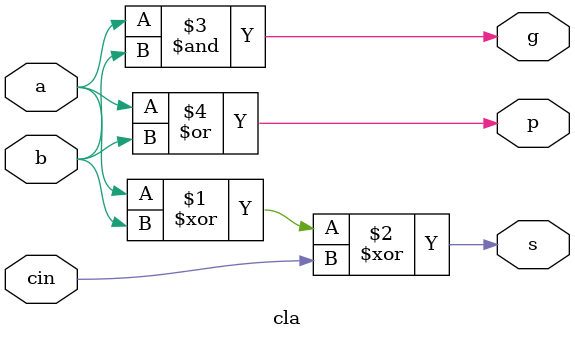
<source format=v>
/*
MIT License

Copyright (c) 2024 Elsie Rezinold Y

Permission is hereby granted, free of charge, to any person obtaining a copy
of this software and associated documentation files (the "Software"), to deal
in the Software without restriction, including without limitation the rights
to use, copy, modify, merge, publish, distribute, sublicense, and/or sell
copies of the Software, and to permit persons to whom the Software is
furnished to do so, subject to the following conditions:

The above copyright notice and this permission notice shall be included in all
copies or substantial portions of the Software.

THE SOFTWARE IS PROVIDED "AS IS", WITHOUT WARRANTY OF ANY KIND, EXPRESS OR
IMPLIED, INCLUDING BUT NOT LIMITED TO THE WARRANTIES OF MERCHANTABILITY,
FITNESS FOR A PARTICULAR PURPOSE AND NONINFRINGEMENT. IN NO EVENT SHALL THE
AUTHORS OR COPYRIGHT HOLDERS BE LIABLE FOR ANY CLAIM, DAMAGES OR OTHER
LIABILITY, WHETHER IN AN ACTION OF CONTRACT, TORT OR OTHERWISE, ARISING FROM,
OUT OF OR IN CONNECTION WITH THE SOFTWARE OR THE USE OR OTHER DEALINGS IN THE
SOFTWARE.
*/
module cla (
    a,
    b,
    cin,
    s,
    g,
    p
);

input a,b,cin;
output s,g,p;

assign s = a^b^cin;
assign g = a&b;
assign p = a | b;
endmodule
</source>
